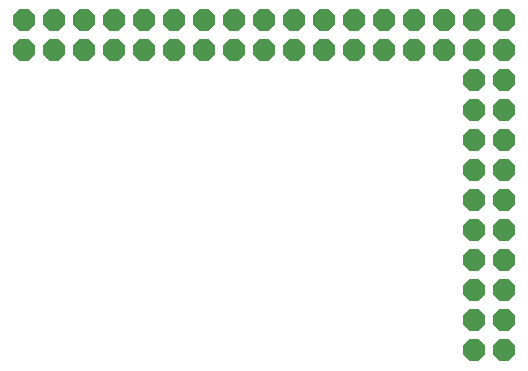
<source format=gbs>
G75*
G70*
%OFA0B0*%
%FSLAX24Y24*%
%IPPOS*%
%LPD*%
%AMOC8*
5,1,8,0,0,1.08239X$1,22.5*
%
%ADD10OC8,0.0720*%
D10*
X000651Y011568D03*
X001651Y011568D03*
X002651Y011568D03*
X003651Y011568D03*
X004651Y011568D03*
X005651Y011568D03*
X006651Y011568D03*
X007651Y011568D03*
X008651Y011568D03*
X009651Y011568D03*
X010651Y011568D03*
X011651Y011568D03*
X012651Y011568D03*
X013651Y011568D03*
X014651Y011568D03*
X015651Y011568D03*
X016651Y011568D03*
X016651Y010568D03*
X015651Y010568D03*
X015651Y009568D03*
X016651Y009568D03*
X016651Y008568D03*
X015651Y008568D03*
X015651Y007568D03*
X016651Y007568D03*
X016651Y006568D03*
X015651Y006568D03*
X015651Y005568D03*
X016651Y005568D03*
X016651Y004568D03*
X015651Y004568D03*
X015651Y003568D03*
X016651Y003568D03*
X016651Y002568D03*
X015651Y002568D03*
X015651Y001568D03*
X016651Y001568D03*
X016651Y012568D03*
X015651Y012568D03*
X014651Y012568D03*
X013651Y012568D03*
X012651Y012568D03*
X011651Y012568D03*
X010651Y012568D03*
X009651Y012568D03*
X008651Y012568D03*
X007651Y012568D03*
X006651Y012568D03*
X005651Y012568D03*
X004651Y012568D03*
X003651Y012568D03*
X002651Y012568D03*
X001651Y012568D03*
X000651Y012568D03*
M02*

</source>
